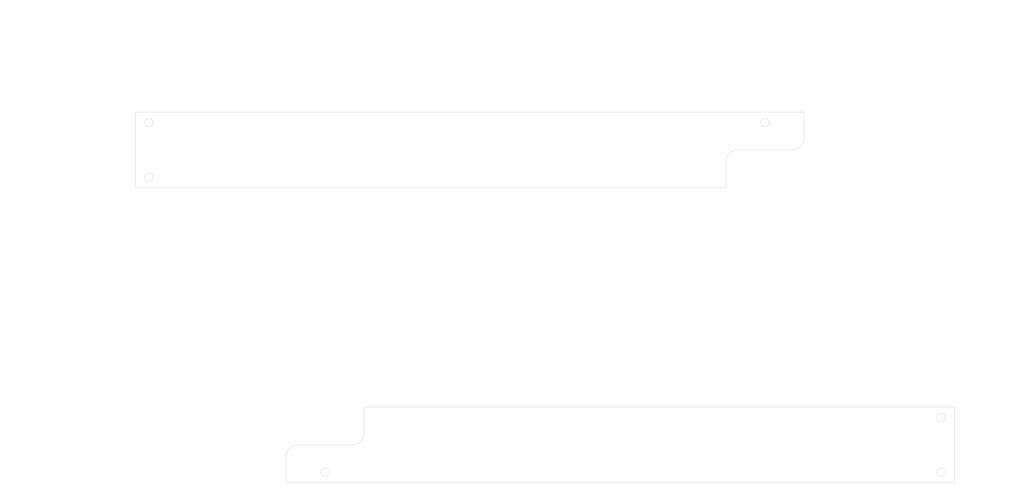
<source format=kicad_pcb>
(kicad_pcb (version 20171130) (host pcbnew "(5.1.8)-1")

  (general
    (thickness 1.6)
    (drawings 68)
    (tracks 0)
    (zones 0)
    (modules 0)
    (nets 1)
  )

  (page A4)
  (title_block
    (title "GL516 Separated Back plate Dimensional drawing")
    (date 2022-01-03)
  )

  (layers
    (0 F.Cu signal)
    (31 B.Cu signal)
    (32 B.Adhes user)
    (33 F.Adhes user)
    (34 B.Paste user)
    (35 F.Paste user)
    (36 B.SilkS user)
    (37 F.SilkS user)
    (38 B.Mask user)
    (39 F.Mask user)
    (40 Dwgs.User user)
    (41 Cmts.User user)
    (42 Eco1.User user)
    (43 Eco2.User user)
    (44 Edge.Cuts user)
    (45 Margin user)
    (46 B.CrtYd user)
    (47 F.CrtYd user)
    (48 B.Fab user)
    (49 F.Fab user)
  )

  (setup
    (last_trace_width 0.25)
    (user_trace_width 0.5)
    (user_trace_width 0.5)
    (user_trace_width 0.5)
    (trace_clearance 0.2)
    (zone_clearance 0.508)
    (zone_45_only no)
    (trace_min 0)
    (via_size 0.8)
    (via_drill 0.4)
    (via_min_size 0.4)
    (via_min_drill 0.3)
    (uvia_size 0.3)
    (uvia_drill 0.1)
    (uvias_allowed no)
    (uvia_min_size 0.2)
    (uvia_min_drill 0.1)
    (edge_width 0.1)
    (segment_width 0.2)
    (pcb_text_width 0.3)
    (pcb_text_size 1.5 1.5)
    (mod_edge_width 0.15)
    (mod_text_size 1 1)
    (mod_text_width 0.15)
    (pad_size 1.524 1.524)
    (pad_drill 0)
    (pad_to_mask_clearance 0)
    (aux_axis_origin 0 0)
    (visible_elements 7FFFFFFF)
    (pcbplotparams
      (layerselection 0x010f0_ffffffff)
      (usegerberextensions true)
      (usegerberattributes false)
      (usegerberadvancedattributes false)
      (creategerberjobfile false)
      (excludeedgelayer true)
      (linewidth 0.100000)
      (plotframeref false)
      (viasonmask false)
      (mode 1)
      (useauxorigin false)
      (hpglpennumber 1)
      (hpglpenspeed 20)
      (hpglpendiameter 15.000000)
      (psnegative false)
      (psa4output false)
      (plotreference true)
      (plotvalue true)
      (plotinvisibletext false)
      (padsonsilk false)
      (subtractmaskfromsilk false)
      (outputformat 1)
      (mirror false)
      (drillshape 0)
      (scaleselection 1)
      (outputdirectory "../../../../../../../自作キーボード/発注/20210621/GL516_Bla/"))
  )

  (net 0 "")

  (net_class Default "これはデフォルトのネット クラスです。"
    (clearance 0.2)
    (trace_width 0.25)
    (via_dia 0.8)
    (via_drill 0.4)
    (uvia_dia 0.3)
    (uvia_drill 0.1)
  )

  (dimension 2 (width 0.15) (layer Eco1.User)
    (gr_text "2.000 mm" (at 76.275 143.2) (layer Eco1.User)
      (effects (font (size 2 2) (thickness 0.2)) (justify right))
    )
    (feature1 (pts (xy 207.6 142.2) (xy 78.038579 142.2)))
    (feature2 (pts (xy 207.6 144.2) (xy 78.038579 144.2)))
    (crossbar (pts (xy 78.625 144.2) (xy 78.625 142.2)))
    (arrow1a (pts (xy 78.625 142.2) (xy 79.211421 143.326504)))
    (arrow1b (pts (xy 78.625 142.2) (xy 78.038579 143.326504)))
    (arrow2a (pts (xy 78.625 144.2) (xy 79.211421 143.073496)))
    (arrow2b (pts (xy 78.625 144.2) (xy 78.038579 143.073496)))
  )
  (dimension 13.8 (width 0.15) (layer Eco1.User)
    (gr_text "13.800 mm" (at 76.275 135.3) (layer Eco1.User)
      (effects (font (size 2 2) (thickness 0.2)) (justify right))
    )
    (feature1 (pts (xy 106.425 128.4) (xy 78.038579 128.4)))
    (feature2 (pts (xy 106.425 142.2) (xy 78.038579 142.2)))
    (crossbar (pts (xy 78.625 142.2) (xy 78.625 128.4)))
    (arrow1a (pts (xy 78.625 128.4) (xy 79.211421 129.526504)))
    (arrow1b (pts (xy 78.625 128.4) (xy 78.038579 129.526504)))
    (arrow2a (pts (xy 78.625 142.2) (xy 79.211421 141.073496)))
    (arrow2b (pts (xy 78.625 142.2) (xy 78.038579 141.073496)))
  )
  (dimension 0.8 (width 0.15) (layer Eco1.User)
    (gr_text "0.800 mm" (at 262.35 144.6) (layer Eco1.User)
      (effects (font (size 2 2) (thickness 0.2)) (justify left))
    )
    (feature1 (pts (xy 243.4 145) (xy 260.586421 145)))
    (feature2 (pts (xy 243.4 144.2) (xy 260.586421 144.2)))
    (crossbar (pts (xy 260 144.2) (xy 260 145)))
    (arrow1a (pts (xy 260 145) (xy 259.413579 143.873496)))
    (arrow1b (pts (xy 260 145) (xy 260.586421 143.873496)))
    (arrow2a (pts (xy 260 144.2) (xy 259.413579 145.326504)))
    (arrow2b (pts (xy 260 144.2) (xy 260.586421 145.326504)))
  )
  (dimension 2.8 (width 0.15) (layer Eco1.User)
    (gr_text "2.800 mm" (at 262.35 127) (layer Eco1.User)
      (effects (font (size 2 2) (thickness 0.2)) (justify left))
    )
    (feature1 (pts (xy 243.4 125.6) (xy 260.586421 125.6)))
    (feature2 (pts (xy 243.4 128.4) (xy 260.586421 128.4)))
    (crossbar (pts (xy 260 128.4) (xy 260 125.6)))
    (arrow1a (pts (xy 260 125.6) (xy 260.586421 126.726504)))
    (arrow1b (pts (xy 260 125.6) (xy 259.413579 126.726504)))
    (arrow2a (pts (xy 260 128.4) (xy 260.586421 127.273496)))
    (arrow2b (pts (xy 260 128.4) (xy 259.413579 127.273496)))
  )
  (dimension 15.8 (width 0.15) (layer Eco1.User)
    (gr_text "15.800 mm" (at 262.35 136.3) (layer Eco1.User)
      (effects (font (size 2 2) (thickness 0.2)) (justify left))
    )
    (feature1 (pts (xy 243.4 144.2) (xy 260.586421 144.2)))
    (feature2 (pts (xy 243.4 128.4) (xy 260.586421 128.4)))
    (crossbar (pts (xy 260 128.4) (xy 260 144.2)))
    (arrow1a (pts (xy 260 144.2) (xy 259.413579 143.073496)))
    (arrow1b (pts (xy 260 144.2) (xy 260.586421 143.073496)))
    (arrow2a (pts (xy 260 128.4) (xy 259.413579 129.526504)))
    (arrow2b (pts (xy 260 128.4) (xy 260.586421 129.526504)))
  )
  (gr_line (start 106.425 128.4) (end 106.425 142.2) (layer F.CrtYd) (width 0.05))
  (gr_arc (start 243.4 131.4) (end 246.4 131.4) (angle -90) (layer F.CrtYd) (width 0.05) (tstamp 61D2B5F7))
  (gr_line (start 205.6 142.2) (end 106.425 142.2) (layer F.CrtYd) (width 0.05) (tstamp 61D2B5F6))
  (gr_line (start 243.4 128.4) (end 106.425 128.4) (layer F.CrtYd) (width 0.05) (tstamp 61D2B5F5))
  (gr_arc (start 243.4 141.2) (end 243.4 144.2) (angle -90) (layer F.CrtYd) (width 0.05) (tstamp 61D2B5F4))
  (gr_line (start 246.4 131.4) (end 246.4 141.2) (layer F.CrtYd) (width 0.05) (tstamp 61D2B5F3))
  (gr_line (start 207.6 144.2) (end 243.4 144.2) (layer F.CrtYd) (width 0.05) (tstamp 61D2B5F2))
  (gr_arc (start 207.6 143.2) (end 206.6 143.2) (angle -90) (layer F.CrtYd) (width 0.05) (tstamp 61D2B5F1))
  (gr_arc (start 205.6 143.2) (end 206.6 143.2) (angle -90) (layer F.CrtYd) (width 0.05) (tstamp 61D2B5F0))
  (gr_line (start 103.625 125.6) (end 103.625 132.3) (layer Edge.Cuts) (width 0.1) (tstamp 61D2ED56))
  (gr_line (start 100.625 135.3) (end 86.625 135.3) (layer Edge.Cuts) (width 0.1) (tstamp 61D2ED55))
  (gr_line (start 255 145) (end 255 125.6) (layer Edge.Cuts) (width 0.1) (tstamp 61D2ED54))
  (gr_circle (center 251.5 142.3) (end 250.4 142.3) (layer Edge.Cuts) (width 0.1) (tstamp 61D2ED53))
  (gr_arc (start 86.625 138.3) (end 86.625 135.3) (angle -90) (layer Edge.Cuts) (width 0.1) (tstamp 61D2ED52))
  (gr_line (start 255 145) (end 83.625 145) (layer Edge.Cuts) (width 0.1) (tstamp 61D2ED51))
  (gr_circle (center 251.5 128.3) (end 250.4 128.3) (layer Edge.Cuts) (width 0.1) (tstamp 61D2ED50))
  (gr_line (start 255 125.6) (end 103.625 125.6) (layer Edge.Cuts) (width 0.1) (tstamp 61D2ED4F))
  (gr_arc (start 100.625 132.3) (end 100.625 135.3) (angle -90) (layer Edge.Cuts) (width 0.1) (tstamp 61D2ED4E))
  (gr_circle (center 93.625 142.3) (end 92.525 142.3) (layer Edge.Cuts) (width 0.1) (tstamp 61D2ED4D))
  (gr_line (start 83.625 138.3) (end 83.625 145) (layer Edge.Cuts) (width 0.1) (tstamp 61D2ED4C))
  (dimension 2.8 (width 0.15) (layer Eco1.User)
    (gr_text "2.800 mm" (at 194.975 76.75 90) (layer Eco1.User)
      (effects (font (size 2 2) (thickness 0.2)) (justify right))
    )
    (feature1 (pts (xy 196.375 66.6) (xy 196.375 74.986421)))
    (feature2 (pts (xy 193.575 66.6) (xy 193.575 74.986421)))
    (crossbar (pts (xy 193.575 74.4) (xy 196.375 74.4)))
    (arrow1a (pts (xy 196.375 74.4) (xy 195.248496 74.986421)))
    (arrow1b (pts (xy 196.375 74.4) (xy 195.248496 73.813579)))
    (arrow2a (pts (xy 193.575 74.4) (xy 194.701504 74.986421)))
    (arrow2b (pts (xy 193.575 74.4) (xy 194.701504 73.813579)))
  )
  (dimension 8.6 (width 0.15) (layer Eco1.User)
    (gr_text "8.600 mm" (at 49.3 76.75 90) (layer Eco1.User)
      (effects (font (size 2 2) (thickness 0.2)) (justify right))
    )
    (feature1 (pts (xy 45 65.6) (xy 45 74.986421)))
    (feature2 (pts (xy 53.6 65.6) (xy 53.6 74.986421)))
    (crossbar (pts (xy 53.6 74.4) (xy 45 74.4)))
    (arrow1a (pts (xy 45 74.4) (xy 46.126504 73.813579)))
    (arrow1b (pts (xy 45 74.4) (xy 46.126504 74.986421)))
    (arrow2a (pts (xy 53.6 74.4) (xy 52.473496 73.813579)))
    (arrow2b (pts (xy 53.6 74.4) (xy 52.473496 74.986421)))
  )
  (dimension 100.175 (width 0.15) (layer Eco1.User)
    (gr_text "100.175 mm" (at 143.4875 76.75) (layer Eco1.User)
      (effects (font (size 2 2) (thickness 0.2)))
    )
    (feature1 (pts (xy 93.4 66.6) (xy 93.4 74.986421)))
    (feature2 (pts (xy 193.575 66.6) (xy 193.575 74.986421)))
    (crossbar (pts (xy 193.575 74.4) (xy 93.4 74.4)))
    (arrow1a (pts (xy 93.4 74.4) (xy 94.526504 73.813579)))
    (arrow1b (pts (xy 93.4 74.4) (xy 94.526504 74.986421)))
    (arrow2a (pts (xy 193.575 74.4) (xy 192.448496 73.813579)))
    (arrow2b (pts (xy 193.575 74.4) (xy 192.448496 74.986421)))
  )
  (dimension 151.375 (width 0.15) (layer Eco1.User)
    (gr_text "151.375 mm" (at 120.6875 96.75) (layer Eco1.User)
      (effects (font (size 2 2) (thickness 0.2)))
    )
    (feature1 (pts (xy 196.375 69.4) (xy 196.375 94.986421)))
    (feature2 (pts (xy 45 69.4) (xy 45 94.986421)))
    (crossbar (pts (xy 45 94.4) (xy 196.375 94.4)))
    (arrow1a (pts (xy 196.375 94.4) (xy 195.248496 94.986421)))
    (arrow1b (pts (xy 196.375 94.4) (xy 195.248496 93.813579)))
    (arrow2a (pts (xy 45 94.4) (xy 46.126504 94.986421)))
    (arrow2b (pts (xy 45 94.4) (xy 46.126504 93.813579)))
  )
  (dimension 39.8 (width 0.15) (layer Eco1.User)
    (gr_text "39.800 mm" (at 73.5 76.75) (layer Eco1.User)
      (effects (font (size 2 2) (thickness 0.2)))
    )
    (feature1 (pts (xy 93.4 65.6) (xy 93.4 74.986421)))
    (feature2 (pts (xy 53.6 65.6) (xy 53.6 74.986421)))
    (crossbar (pts (xy 53.6 74.4) (xy 93.4 74.4)))
    (arrow1a (pts (xy 93.4 74.4) (xy 92.273496 74.986421)))
    (arrow1b (pts (xy 93.4 74.4) (xy 92.273496 73.813579)))
    (arrow2a (pts (xy 53.6 74.4) (xy 54.726504 74.986421)))
    (arrow2b (pts (xy 53.6 74.4) (xy 54.726504 73.813579)))
  )
  (dimension 139.975 (width 0.15) (layer Eco1.User)
    (gr_text "139.975 mm" (at 123.5875 81.75) (layer Eco1.User)
      (effects (font (size 2 2) (thickness 0.2)))
    )
    (feature1 (pts (xy 193.575 65.6) (xy 193.575 79.986421)))
    (feature2 (pts (xy 53.6 65.6) (xy 53.6 79.986421)))
    (crossbar (pts (xy 53.6 79.4) (xy 193.575 79.4)))
    (arrow1a (pts (xy 193.575 79.4) (xy 192.448496 79.986421)))
    (arrow1b (pts (xy 193.575 79.4) (xy 192.448496 78.813579)))
    (arrow2a (pts (xy 53.6 79.4) (xy 54.726504 79.986421)))
    (arrow2b (pts (xy 53.6 79.4) (xy 54.726504 78.813579)))
  )
  (dimension 2.7 (width 0.15) (layer Eco1.User)
    (gr_text "2.700 mm" (at 37.65 68.05) (layer Eco1.User)
      (effects (font (size 2 2) (thickness 0.2)) (justify right))
    )
    (feature1 (pts (xy 48.5 69.4) (xy 39.413579 69.4)))
    (feature2 (pts (xy 48.5 66.7) (xy 39.413579 66.7)))
    (crossbar (pts (xy 40 66.7) (xy 40 69.4)))
    (arrow1a (pts (xy 40 69.4) (xy 39.413579 68.273496)))
    (arrow1b (pts (xy 40 69.4) (xy 40.586421 68.273496)))
    (arrow2a (pts (xy 40 66.7) (xy 39.413579 67.826504)))
    (arrow2b (pts (xy 40 66.7) (xy 40.586421 67.826504)))
  )
  (gr_line (start 193.575 52.8) (end 193.575 66.6) (layer F.CrtYd) (width 0.05))
  (gr_arc (start 56.6 65.6) (end 53.6 65.6) (angle -90) (layer F.CrtYd) (width 0.05) (tstamp 61D2AB34))
  (gr_arc (start 56.6 55.8) (end 56.6 52.8) (angle -90) (layer F.CrtYd) (width 0.05) (tstamp 61D2AB33))
  (gr_line (start 53.6 65.6) (end 53.6 55.8) (layer F.CrtYd) (width 0.05) (tstamp 61D2AB31))
  (gr_line (start 56.6 52.8) (end 193.575 52.8) (layer F.CrtYd) (width 0.05) (tstamp 61D2AB30))
  (gr_line (start 193.575 66.6) (end 94.4 66.6) (layer F.CrtYd) (width 0.05) (tstamp 61D2AB2F))
  (gr_arc (start 94.4 67.6) (end 93.4 67.6) (angle 90) (layer F.CrtYd) (width 0.05) (tstamp 61D2AB2E))
  (gr_arc (start 92.4 67.6) (end 93.4 67.6) (angle 90) (layer F.CrtYd) (width 0.05) (tstamp 61D2AB2C))
  (gr_line (start 92.4 68.6) (end 56.6 68.6) (layer F.CrtYd) (width 0.05) (tstamp 61D2AB2B))
  (gr_text 3-Φ2.2 (at 34 77.9) (layer Eco1.User)
    (effects (font (size 2 2) (thickness 0.2)) (justify right))
  )
  (gr_line (start 35 79.4) (end 20 79.4) (layer Eco1.User) (width 0.15))
  (gr_line (start 47.722065 67.477935) (end 35 79.4) (layer Eco1.User) (width 0.15))
  (gr_line (start 226.375 79.4) (end 238.375 79.4) (layer Eco1.User) (width 0.15))
  (gr_text 2-R3 (at 227.375 77.9) (layer Eco1.User)
    (effects (font (size 2 2) (thickness 0.2)) (justify left))
  )
  (gr_line (start 226.375 79.4) (end 197.253359 60.578359) (layer Eco1.User) (width 0.15))
  (dimension 10 (width 0.15) (layer Eco1.User)
    (gr_text "10.000 mm" (at 211.375 42.65 -90) (layer Eco1.User)
      (effects (font (size 2 2) (thickness 0.2)) (justify right))
    )
    (feature1 (pts (xy 216.375 52.7) (xy 216.375 44.413579)))
    (feature2 (pts (xy 206.375 52.7) (xy 206.375 44.413579)))
    (crossbar (pts (xy 206.375 45) (xy 216.375 45)))
    (arrow1a (pts (xy 216.375 45) (xy 215.248496 45.586421)))
    (arrow1b (pts (xy 216.375 45) (xy 215.248496 44.413579)))
    (arrow2a (pts (xy 206.375 45) (xy 207.501504 45.586421)))
    (arrow2b (pts (xy 206.375 45) (xy 207.501504 44.413579)))
  )
  (dimension 3.5 (width 0.15) (layer Eco1.User)
    (gr_text "3.500 mm" (at 46.75 42.65 -90) (layer Eco1.User)
      (effects (font (size 2 2) (thickness 0.2)) (justify right))
    )
    (feature1 (pts (xy 45 52.7) (xy 45 44.413579)))
    (feature2 (pts (xy 48.5 52.7) (xy 48.5 44.413579)))
    (crossbar (pts (xy 48.5 45) (xy 45 45)))
    (arrow1a (pts (xy 45 45) (xy 46.126504 44.413579)))
    (arrow1b (pts (xy 45 45) (xy 46.126504 45.586421)))
    (arrow2a (pts (xy 48.5 45) (xy 47.373496 44.413579)))
    (arrow2b (pts (xy 48.5 45) (xy 47.373496 45.586421)))
  )
  (dimension 2.7 (width 0.15) (layer Eco1.User)
    (gr_text "2.700 mm" (at 37.65 51.35) (layer Eco1.User)
      (effects (font (size 2 2) (thickness 0.2)) (justify right))
    )
    (feature1 (pts (xy 48.5 50) (xy 39.413579 50)))
    (feature2 (pts (xy 48.5 52.7) (xy 39.413579 52.7)))
    (crossbar (pts (xy 40 52.7) (xy 40 50)))
    (arrow1a (pts (xy 40 50) (xy 40.586421 51.126504)))
    (arrow1b (pts (xy 40 50) (xy 39.413579 51.126504)))
    (arrow2a (pts (xy 40 52.7) (xy 40.586421 51.573496)))
    (arrow2b (pts (xy 40 52.7) (xy 39.413579 51.573496)))
  )
  (gr_circle (center 206.375 52.7) (end 207.475 52.7) (layer Edge.Cuts) (width 0.1) (tstamp 61D12F46))
  (gr_circle (center 48.5 66.7) (end 49.6 66.7) (layer Edge.Cuts) (width 0.1) (tstamp 61D12F46))
  (gr_circle (center 48.5 52.7) (end 49.6 52.7) (layer Edge.Cuts) (width 0.1) (tstamp 61D12F2E))
  (dimension 14 (width 0.15) (layer Eco1.User)
    (gr_text "14.000 mm" (at 37.65 59.7) (layer Eco1.User)
      (effects (font (size 2 2) (thickness 0.2)) (justify right))
    )
    (feature1 (pts (xy 48.5 52.7) (xy 39.413579 52.7)))
    (feature2 (pts (xy 48.5 66.7) (xy 39.413579 66.7)))
    (crossbar (pts (xy 40 66.7) (xy 40 52.7)))
    (arrow1a (pts (xy 40 52.7) (xy 40.586421 53.826504)))
    (arrow1b (pts (xy 40 52.7) (xy 39.413579 53.826504)))
    (arrow2a (pts (xy 40 66.7) (xy 40.586421 65.573496)))
    (arrow2b (pts (xy 40 66.7) (xy 39.413579 65.573496)))
  )
  (dimension 9.7 (width 0.15) (layer Eco1.User)
    (gr_text "9.700 mm" (at 223.725 54.85) (layer Eco1.User)
      (effects (font (size 2 2) (thickness 0.2)) (justify left))
    )
    (feature1 (pts (xy 216.375 59.7) (xy 221.961421 59.7)))
    (feature2 (pts (xy 216.375 50) (xy 221.961421 50)))
    (crossbar (pts (xy 221.375 50) (xy 221.375 59.7)))
    (arrow1a (pts (xy 221.375 59.7) (xy 220.788579 58.573496)))
    (arrow1b (pts (xy 221.375 59.7) (xy 221.961421 58.573496)))
    (arrow2a (pts (xy 221.375 50) (xy 220.788579 51.126504)))
    (arrow2b (pts (xy 221.375 50) (xy 221.961421 51.126504)))
  )
  (dimension 157.875 (width 0.15) (layer Eco1.User)
    (gr_text "157.875 mm" (at 127.4375 42.65) (layer Eco1.User)
      (effects (font (size 2 2) (thickness 0.2)))
    )
    (feature1 (pts (xy 206.375 52.7) (xy 206.375 44.413579)))
    (feature2 (pts (xy 48.5 52.7) (xy 48.5 44.413579)))
    (crossbar (pts (xy 48.5 45) (xy 206.375 45)))
    (arrow1a (pts (xy 206.375 45) (xy 205.248496 45.586421)))
    (arrow1b (pts (xy 206.375 45) (xy 205.248496 44.413579)))
    (arrow2a (pts (xy 48.5 45) (xy 49.626504 45.586421)))
    (arrow2b (pts (xy 48.5 45) (xy 49.626504 44.413579)))
  )
  (dimension 9.7 (width 0.15) (layer Eco1.User)
    (gr_text "9.700 mm" (at 223.725 64.55) (layer Eco1.User)
      (effects (font (size 2 2) (thickness 0.2)) (justify left))
    )
    (feature1 (pts (xy 196.375 59.7) (xy 221.961421 59.7)))
    (feature2 (pts (xy 196.375 69.4) (xy 221.961421 69.4)))
    (crossbar (pts (xy 221.375 69.4) (xy 221.375 59.7)))
    (arrow1a (pts (xy 221.375 59.7) (xy 221.961421 60.826504)))
    (arrow1b (pts (xy 221.375 59.7) (xy 220.788579 60.826504)))
    (arrow2a (pts (xy 221.375 69.4) (xy 221.961421 68.273496)))
    (arrow2b (pts (xy 221.375 69.4) (xy 220.788579 68.273496)))
  )
  (dimension 20 (width 0.15) (layer Eco1.User)
    (gr_text "20.000 mm" (at 206.375 96.75) (layer Eco1.User)
      (effects (font (size 2 2) (thickness 0.2)))
    )
    (feature1 (pts (xy 196.375 56.7) (xy 196.375 94.986421)))
    (feature2 (pts (xy 216.375 56.7) (xy 216.375 94.986421)))
    (crossbar (pts (xy 216.375 94.4) (xy 196.375 94.4)))
    (arrow1a (pts (xy 196.375 94.4) (xy 197.501504 93.813579)))
    (arrow1b (pts (xy 196.375 94.4) (xy 197.501504 94.986421)))
    (arrow2a (pts (xy 216.375 94.4) (xy 215.248496 93.813579)))
    (arrow2b (pts (xy 216.375 94.4) (xy 215.248496 94.986421)))
  )
  (dimension 19.4 (width 0.15) (layer Eco1.User)
    (gr_text "19.400 mm" (at 17.65 59.7 90) (layer Eco1.User)
      (effects (font (size 2 2) (thickness 0.2)))
    )
    (feature1 (pts (xy 45 50) (xy 19.413579 50)))
    (feature2 (pts (xy 45 69.4) (xy 19.413579 69.4)))
    (crossbar (pts (xy 20 69.4) (xy 20 50)))
    (arrow1a (pts (xy 20 50) (xy 20.586421 51.126504)))
    (arrow1b (pts (xy 20 50) (xy 19.413579 51.126504)))
    (arrow2a (pts (xy 20 69.4) (xy 20.586421 68.273496)))
    (arrow2b (pts (xy 20 69.4) (xy 19.413579 68.273496)))
  )
  (dimension 171.375 (width 0.15) (layer Eco1.User)
    (gr_text "171.375 mm" (at 130.6875 22.65) (layer Eco1.User)
      (effects (font (size 2 2) (thickness 0.2)))
    )
    (feature1 (pts (xy 216.375 50) (xy 216.375 24.413579)))
    (feature2 (pts (xy 45 50) (xy 45 24.413579)))
    (crossbar (pts (xy 45 25) (xy 216.375 25)))
    (arrow1a (pts (xy 216.375 25) (xy 215.248496 25.586421)))
    (arrow1b (pts (xy 216.375 25) (xy 215.248496 24.413579)))
    (arrow2a (pts (xy 45 25) (xy 46.126504 25.586421)))
    (arrow2b (pts (xy 45 25) (xy 46.126504 24.413579)))
  )
  (gr_line (start 45 69.4) (end 196.375 69.4) (layer Edge.Cuts) (width 0.1))
  (gr_line (start 45 50) (end 216.375 50) (layer Edge.Cuts) (width 0.1) (tstamp 605227A5))
  (gr_arc (start 213.375 56.7) (end 213.375 59.7) (angle -90) (layer Edge.Cuts) (width 0.1))
  (gr_arc (start 199.375 62.7) (end 199.375 59.7) (angle -90) (layer Edge.Cuts) (width 0.1))
  (gr_line (start 216.375 56.7) (end 216.375 50) (layer Edge.Cuts) (width 0.1))
  (gr_line (start 199.375 59.7) (end 213.375 59.7) (layer Edge.Cuts) (width 0.1))
  (gr_line (start 196.375 69.4) (end 196.375 62.7) (layer Edge.Cuts) (width 0.1))
  (gr_line (start 45 50) (end 45 69.4) (layer Edge.Cuts) (width 0.1))

)

</source>
